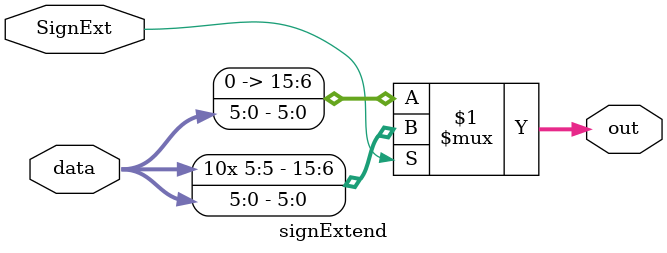
<source format=v>
module signExtend
	(
		input SignExt,
		input [5:0] data,
		output [15:0] out
	);

	assign out = (SignExt) ? {{10{data[5]}}, data[5:0]} : {{10{1'b0}}, data[5:0]};
endmodule

	

</source>
